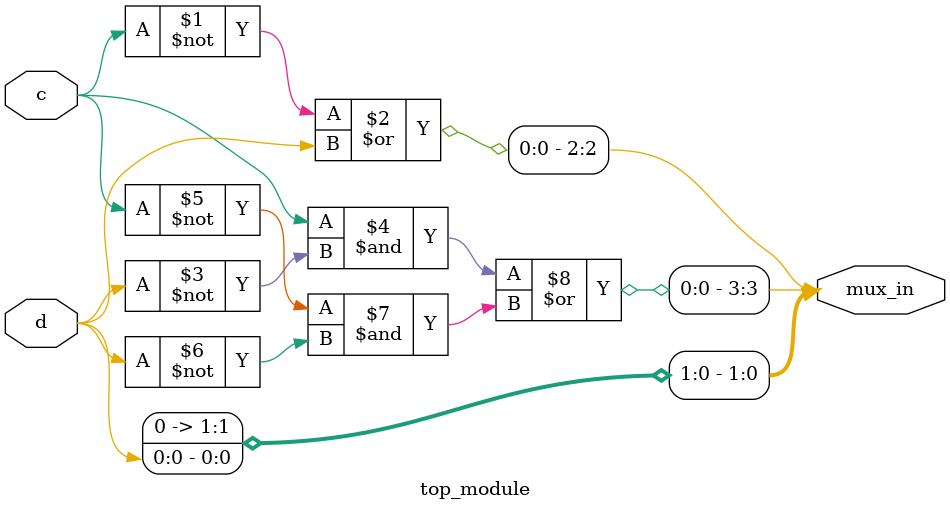
<source format=sv>
module top_module (
    input c,
    input d,
    output [3:0] mux_in
);

    // Define the output mux_in based on the provided Karnaugh map
    assign mux_in[0] = d;         // 1 for (c,d) = 10; 0 otherwise
    assign mux_in[1] = 1'b0;      // always 0
    assign mux_in[2] = (~c | d);  // 1 for (c,d) = 00, 01, 11
    assign mux_in[3] = (c & ~d) | (~c & ~d); // 1 for (c,d) = 00, 10

endmodule

</source>
